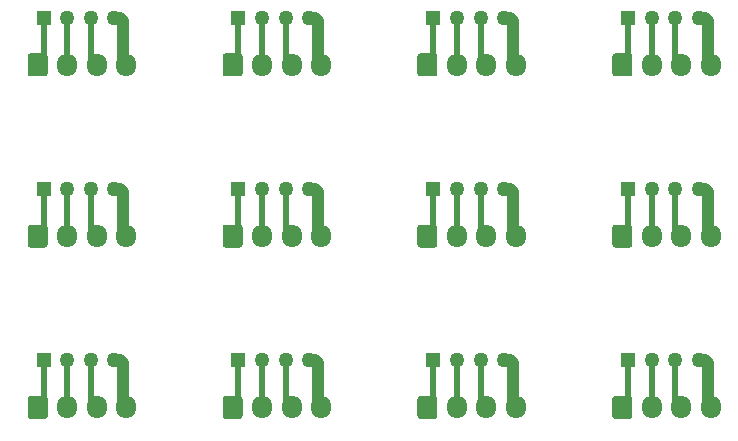
<source format=gbr>
%TF.GenerationSoftware,KiCad,Pcbnew,5.1.10-88a1d61d58~90~ubuntu20.04.1*%
%TF.CreationDate,2022-01-16T22:17:14+00:00*%
%TF.ProjectId,grove_adaptor_panel,67726f76-655f-4616-9461-70746f725f70,rev?*%
%TF.SameCoordinates,Original*%
%TF.FileFunction,Copper,L1,Top*%
%TF.FilePolarity,Positive*%
%FSLAX46Y46*%
G04 Gerber Fmt 4.6, Leading zero omitted, Abs format (unit mm)*
G04 Created by KiCad (PCBNEW 5.1.10-88a1d61d58~90~ubuntu20.04.1) date 2022-01-16 22:17:14*
%MOMM*%
%LPD*%
G01*
G04 APERTURE LIST*
%TA.AperFunction,ComponentPad*%
%ADD10C,1.270000*%
%TD*%
%TA.AperFunction,ComponentPad*%
%ADD11R,1.270000X1.270000*%
%TD*%
%TA.AperFunction,ComponentPad*%
%ADD12O,1.700000X1.950000*%
%TD*%
%TA.AperFunction,Conductor*%
%ADD13C,1.000000*%
%TD*%
%TA.AperFunction,Conductor*%
%ADD14C,0.500000*%
%TD*%
G04 APERTURE END LIST*
D10*
%TO.P,J2,4*%
%TO.N,GND*%
X232000000Y-122500000D03*
%TO.P,J2,3*%
%TO.N,+5V*%
X230000000Y-122500000D03*
%TO.P,J2,2*%
%TO.N,Net-(J1-Pad2)*%
X228000000Y-122500000D03*
D11*
%TO.P,J2,1*%
%TO.N,Net-(J1-Pad1)*%
X226000000Y-122500000D03*
%TD*%
D10*
%TO.P,J2,4*%
%TO.N,GND*%
X215500000Y-122500000D03*
%TO.P,J2,3*%
%TO.N,+5V*%
X213500000Y-122500000D03*
%TO.P,J2,2*%
%TO.N,Net-(J1-Pad2)*%
X211500000Y-122500000D03*
D11*
%TO.P,J2,1*%
%TO.N,Net-(J1-Pad1)*%
X209500000Y-122500000D03*
%TD*%
D10*
%TO.P,J2,4*%
%TO.N,GND*%
X199000000Y-122500000D03*
%TO.P,J2,3*%
%TO.N,+5V*%
X197000000Y-122500000D03*
%TO.P,J2,2*%
%TO.N,Net-(J1-Pad2)*%
X195000000Y-122500000D03*
D11*
%TO.P,J2,1*%
%TO.N,Net-(J1-Pad1)*%
X193000000Y-122500000D03*
%TD*%
D10*
%TO.P,J2,4*%
%TO.N,GND*%
X182500000Y-122500000D03*
%TO.P,J2,3*%
%TO.N,+5V*%
X180500000Y-122500000D03*
%TO.P,J2,2*%
%TO.N,Net-(J1-Pad2)*%
X178500000Y-122500000D03*
D11*
%TO.P,J2,1*%
%TO.N,Net-(J1-Pad1)*%
X176500000Y-122500000D03*
%TD*%
D10*
%TO.P,J2,4*%
%TO.N,GND*%
X232000000Y-108000000D03*
%TO.P,J2,3*%
%TO.N,+5V*%
X230000000Y-108000000D03*
%TO.P,J2,2*%
%TO.N,Net-(J1-Pad2)*%
X228000000Y-108000000D03*
D11*
%TO.P,J2,1*%
%TO.N,Net-(J1-Pad1)*%
X226000000Y-108000000D03*
%TD*%
D10*
%TO.P,J2,4*%
%TO.N,GND*%
X215500000Y-108000000D03*
%TO.P,J2,3*%
%TO.N,+5V*%
X213500000Y-108000000D03*
%TO.P,J2,2*%
%TO.N,Net-(J1-Pad2)*%
X211500000Y-108000000D03*
D11*
%TO.P,J2,1*%
%TO.N,Net-(J1-Pad1)*%
X209500000Y-108000000D03*
%TD*%
D10*
%TO.P,J2,4*%
%TO.N,GND*%
X199000000Y-108000000D03*
%TO.P,J2,3*%
%TO.N,+5V*%
X197000000Y-108000000D03*
%TO.P,J2,2*%
%TO.N,Net-(J1-Pad2)*%
X195000000Y-108000000D03*
D11*
%TO.P,J2,1*%
%TO.N,Net-(J1-Pad1)*%
X193000000Y-108000000D03*
%TD*%
D10*
%TO.P,J2,4*%
%TO.N,GND*%
X182500000Y-108000000D03*
%TO.P,J2,3*%
%TO.N,+5V*%
X180500000Y-108000000D03*
%TO.P,J2,2*%
%TO.N,Net-(J1-Pad2)*%
X178500000Y-108000000D03*
D11*
%TO.P,J2,1*%
%TO.N,Net-(J1-Pad1)*%
X176500000Y-108000000D03*
%TD*%
D10*
%TO.P,J2,4*%
%TO.N,GND*%
X232000000Y-93500000D03*
%TO.P,J2,3*%
%TO.N,+5V*%
X230000000Y-93500000D03*
%TO.P,J2,2*%
%TO.N,Net-(J1-Pad2)*%
X228000000Y-93500000D03*
D11*
%TO.P,J2,1*%
%TO.N,Net-(J1-Pad1)*%
X226000000Y-93500000D03*
%TD*%
D10*
%TO.P,J2,4*%
%TO.N,GND*%
X215500000Y-93500000D03*
%TO.P,J2,3*%
%TO.N,+5V*%
X213500000Y-93500000D03*
%TO.P,J2,2*%
%TO.N,Net-(J1-Pad2)*%
X211500000Y-93500000D03*
D11*
%TO.P,J2,1*%
%TO.N,Net-(J1-Pad1)*%
X209500000Y-93500000D03*
%TD*%
D10*
%TO.P,J2,4*%
%TO.N,GND*%
X199000000Y-93500000D03*
%TO.P,J2,3*%
%TO.N,+5V*%
X197000000Y-93500000D03*
%TO.P,J2,2*%
%TO.N,Net-(J1-Pad2)*%
X195000000Y-93500000D03*
D11*
%TO.P,J2,1*%
%TO.N,Net-(J1-Pad1)*%
X193000000Y-93500000D03*
%TD*%
D12*
%TO.P,J1,4*%
%TO.N,GND*%
X233000000Y-126500000D03*
%TO.P,J1,3*%
%TO.N,+5V*%
X230500000Y-126500000D03*
%TO.P,J1,2*%
%TO.N,Net-(J1-Pad2)*%
X228000000Y-126500000D03*
%TO.P,J1,1*%
%TO.N,Net-(J1-Pad1)*%
%TA.AperFunction,ComponentPad*%
G36*
G01*
X224650000Y-127225000D02*
X224650000Y-125775000D01*
G75*
G02*
X224900000Y-125525000I250000J0D01*
G01*
X226100000Y-125525000D01*
G75*
G02*
X226350000Y-125775000I0J-250000D01*
G01*
X226350000Y-127225000D01*
G75*
G02*
X226100000Y-127475000I-250000J0D01*
G01*
X224900000Y-127475000D01*
G75*
G02*
X224650000Y-127225000I0J250000D01*
G01*
G37*
%TD.AperFunction*%
%TD*%
%TO.P,J1,4*%
%TO.N,GND*%
X216500000Y-126500000D03*
%TO.P,J1,3*%
%TO.N,+5V*%
X214000000Y-126500000D03*
%TO.P,J1,2*%
%TO.N,Net-(J1-Pad2)*%
X211500000Y-126500000D03*
%TO.P,J1,1*%
%TO.N,Net-(J1-Pad1)*%
%TA.AperFunction,ComponentPad*%
G36*
G01*
X208150000Y-127225000D02*
X208150000Y-125775000D01*
G75*
G02*
X208400000Y-125525000I250000J0D01*
G01*
X209600000Y-125525000D01*
G75*
G02*
X209850000Y-125775000I0J-250000D01*
G01*
X209850000Y-127225000D01*
G75*
G02*
X209600000Y-127475000I-250000J0D01*
G01*
X208400000Y-127475000D01*
G75*
G02*
X208150000Y-127225000I0J250000D01*
G01*
G37*
%TD.AperFunction*%
%TD*%
%TO.P,J1,4*%
%TO.N,GND*%
X200000000Y-126500000D03*
%TO.P,J1,3*%
%TO.N,+5V*%
X197500000Y-126500000D03*
%TO.P,J1,2*%
%TO.N,Net-(J1-Pad2)*%
X195000000Y-126500000D03*
%TO.P,J1,1*%
%TO.N,Net-(J1-Pad1)*%
%TA.AperFunction,ComponentPad*%
G36*
G01*
X191650000Y-127225000D02*
X191650000Y-125775000D01*
G75*
G02*
X191900000Y-125525000I250000J0D01*
G01*
X193100000Y-125525000D01*
G75*
G02*
X193350000Y-125775000I0J-250000D01*
G01*
X193350000Y-127225000D01*
G75*
G02*
X193100000Y-127475000I-250000J0D01*
G01*
X191900000Y-127475000D01*
G75*
G02*
X191650000Y-127225000I0J250000D01*
G01*
G37*
%TD.AperFunction*%
%TD*%
%TO.P,J1,4*%
%TO.N,GND*%
X183500000Y-126500000D03*
%TO.P,J1,3*%
%TO.N,+5V*%
X181000000Y-126500000D03*
%TO.P,J1,2*%
%TO.N,Net-(J1-Pad2)*%
X178500000Y-126500000D03*
%TO.P,J1,1*%
%TO.N,Net-(J1-Pad1)*%
%TA.AperFunction,ComponentPad*%
G36*
G01*
X175150000Y-127225000D02*
X175150000Y-125775000D01*
G75*
G02*
X175400000Y-125525000I250000J0D01*
G01*
X176600000Y-125525000D01*
G75*
G02*
X176850000Y-125775000I0J-250000D01*
G01*
X176850000Y-127225000D01*
G75*
G02*
X176600000Y-127475000I-250000J0D01*
G01*
X175400000Y-127475000D01*
G75*
G02*
X175150000Y-127225000I0J250000D01*
G01*
G37*
%TD.AperFunction*%
%TD*%
%TO.P,J1,4*%
%TO.N,GND*%
X233000000Y-112000000D03*
%TO.P,J1,3*%
%TO.N,+5V*%
X230500000Y-112000000D03*
%TO.P,J1,2*%
%TO.N,Net-(J1-Pad2)*%
X228000000Y-112000000D03*
%TO.P,J1,1*%
%TO.N,Net-(J1-Pad1)*%
%TA.AperFunction,ComponentPad*%
G36*
G01*
X224650000Y-112725000D02*
X224650000Y-111275000D01*
G75*
G02*
X224900000Y-111025000I250000J0D01*
G01*
X226100000Y-111025000D01*
G75*
G02*
X226350000Y-111275000I0J-250000D01*
G01*
X226350000Y-112725000D01*
G75*
G02*
X226100000Y-112975000I-250000J0D01*
G01*
X224900000Y-112975000D01*
G75*
G02*
X224650000Y-112725000I0J250000D01*
G01*
G37*
%TD.AperFunction*%
%TD*%
%TO.P,J1,4*%
%TO.N,GND*%
X216500000Y-112000000D03*
%TO.P,J1,3*%
%TO.N,+5V*%
X214000000Y-112000000D03*
%TO.P,J1,2*%
%TO.N,Net-(J1-Pad2)*%
X211500000Y-112000000D03*
%TO.P,J1,1*%
%TO.N,Net-(J1-Pad1)*%
%TA.AperFunction,ComponentPad*%
G36*
G01*
X208150000Y-112725000D02*
X208150000Y-111275000D01*
G75*
G02*
X208400000Y-111025000I250000J0D01*
G01*
X209600000Y-111025000D01*
G75*
G02*
X209850000Y-111275000I0J-250000D01*
G01*
X209850000Y-112725000D01*
G75*
G02*
X209600000Y-112975000I-250000J0D01*
G01*
X208400000Y-112975000D01*
G75*
G02*
X208150000Y-112725000I0J250000D01*
G01*
G37*
%TD.AperFunction*%
%TD*%
%TO.P,J1,4*%
%TO.N,GND*%
X200000000Y-112000000D03*
%TO.P,J1,3*%
%TO.N,+5V*%
X197500000Y-112000000D03*
%TO.P,J1,2*%
%TO.N,Net-(J1-Pad2)*%
X195000000Y-112000000D03*
%TO.P,J1,1*%
%TO.N,Net-(J1-Pad1)*%
%TA.AperFunction,ComponentPad*%
G36*
G01*
X191650000Y-112725000D02*
X191650000Y-111275000D01*
G75*
G02*
X191900000Y-111025000I250000J0D01*
G01*
X193100000Y-111025000D01*
G75*
G02*
X193350000Y-111275000I0J-250000D01*
G01*
X193350000Y-112725000D01*
G75*
G02*
X193100000Y-112975000I-250000J0D01*
G01*
X191900000Y-112975000D01*
G75*
G02*
X191650000Y-112725000I0J250000D01*
G01*
G37*
%TD.AperFunction*%
%TD*%
%TO.P,J1,4*%
%TO.N,GND*%
X183500000Y-112000000D03*
%TO.P,J1,3*%
%TO.N,+5V*%
X181000000Y-112000000D03*
%TO.P,J1,2*%
%TO.N,Net-(J1-Pad2)*%
X178500000Y-112000000D03*
%TO.P,J1,1*%
%TO.N,Net-(J1-Pad1)*%
%TA.AperFunction,ComponentPad*%
G36*
G01*
X175150000Y-112725000D02*
X175150000Y-111275000D01*
G75*
G02*
X175400000Y-111025000I250000J0D01*
G01*
X176600000Y-111025000D01*
G75*
G02*
X176850000Y-111275000I0J-250000D01*
G01*
X176850000Y-112725000D01*
G75*
G02*
X176600000Y-112975000I-250000J0D01*
G01*
X175400000Y-112975000D01*
G75*
G02*
X175150000Y-112725000I0J250000D01*
G01*
G37*
%TD.AperFunction*%
%TD*%
%TO.P,J1,4*%
%TO.N,GND*%
X233000000Y-97500000D03*
%TO.P,J1,3*%
%TO.N,+5V*%
X230500000Y-97500000D03*
%TO.P,J1,2*%
%TO.N,Net-(J1-Pad2)*%
X228000000Y-97500000D03*
%TO.P,J1,1*%
%TO.N,Net-(J1-Pad1)*%
%TA.AperFunction,ComponentPad*%
G36*
G01*
X224650000Y-98225000D02*
X224650000Y-96775000D01*
G75*
G02*
X224900000Y-96525000I250000J0D01*
G01*
X226100000Y-96525000D01*
G75*
G02*
X226350000Y-96775000I0J-250000D01*
G01*
X226350000Y-98225000D01*
G75*
G02*
X226100000Y-98475000I-250000J0D01*
G01*
X224900000Y-98475000D01*
G75*
G02*
X224650000Y-98225000I0J250000D01*
G01*
G37*
%TD.AperFunction*%
%TD*%
%TO.P,J1,4*%
%TO.N,GND*%
X216500000Y-97500000D03*
%TO.P,J1,3*%
%TO.N,+5V*%
X214000000Y-97500000D03*
%TO.P,J1,2*%
%TO.N,Net-(J1-Pad2)*%
X211500000Y-97500000D03*
%TO.P,J1,1*%
%TO.N,Net-(J1-Pad1)*%
%TA.AperFunction,ComponentPad*%
G36*
G01*
X208150000Y-98225000D02*
X208150000Y-96775000D01*
G75*
G02*
X208400000Y-96525000I250000J0D01*
G01*
X209600000Y-96525000D01*
G75*
G02*
X209850000Y-96775000I0J-250000D01*
G01*
X209850000Y-98225000D01*
G75*
G02*
X209600000Y-98475000I-250000J0D01*
G01*
X208400000Y-98475000D01*
G75*
G02*
X208150000Y-98225000I0J250000D01*
G01*
G37*
%TD.AperFunction*%
%TD*%
%TO.P,J1,4*%
%TO.N,GND*%
X200000000Y-97500000D03*
%TO.P,J1,3*%
%TO.N,+5V*%
X197500000Y-97500000D03*
%TO.P,J1,2*%
%TO.N,Net-(J1-Pad2)*%
X195000000Y-97500000D03*
%TO.P,J1,1*%
%TO.N,Net-(J1-Pad1)*%
%TA.AperFunction,ComponentPad*%
G36*
G01*
X191650000Y-98225000D02*
X191650000Y-96775000D01*
G75*
G02*
X191900000Y-96525000I250000J0D01*
G01*
X193100000Y-96525000D01*
G75*
G02*
X193350000Y-96775000I0J-250000D01*
G01*
X193350000Y-98225000D01*
G75*
G02*
X193100000Y-98475000I-250000J0D01*
G01*
X191900000Y-98475000D01*
G75*
G02*
X191650000Y-98225000I0J250000D01*
G01*
G37*
%TD.AperFunction*%
%TD*%
D10*
%TO.P,J2,4*%
%TO.N,GND*%
X182500000Y-93500000D03*
%TO.P,J2,3*%
%TO.N,+5V*%
X180500000Y-93500000D03*
%TO.P,J2,2*%
%TO.N,Net-(J1-Pad2)*%
X178500000Y-93500000D03*
D11*
%TO.P,J2,1*%
%TO.N,Net-(J1-Pad1)*%
X176500000Y-93500000D03*
%TD*%
D12*
%TO.P,J1,4*%
%TO.N,GND*%
X183500000Y-97500000D03*
%TO.P,J1,3*%
%TO.N,+5V*%
X181000000Y-97500000D03*
%TO.P,J1,2*%
%TO.N,Net-(J1-Pad2)*%
X178500000Y-97500000D03*
%TO.P,J1,1*%
%TO.N,Net-(J1-Pad1)*%
%TA.AperFunction,ComponentPad*%
G36*
G01*
X175150000Y-98225000D02*
X175150000Y-96775000D01*
G75*
G02*
X175400000Y-96525000I250000J0D01*
G01*
X176600000Y-96525000D01*
G75*
G02*
X176850000Y-96775000I0J-250000D01*
G01*
X176850000Y-98225000D01*
G75*
G02*
X176600000Y-98475000I-250000J0D01*
G01*
X175400000Y-98475000D01*
G75*
G02*
X175150000Y-98225000I0J250000D01*
G01*
G37*
%TD.AperFunction*%
%TD*%
D13*
%TO.N,GND*%
X183000000Y-93500000D02*
X182500000Y-93500000D01*
X183250000Y-93750000D02*
X183000000Y-93500000D01*
X183250000Y-97250000D02*
X183250000Y-93750000D01*
X183500000Y-97500000D02*
X183250000Y-97250000D01*
X199750000Y-97250000D02*
X199750000Y-93750000D01*
X216250000Y-97250000D02*
X216250000Y-93750000D01*
X232750000Y-97250000D02*
X232750000Y-93750000D01*
X183250000Y-111750000D02*
X183250000Y-108250000D01*
X199750000Y-111750000D02*
X199750000Y-108250000D01*
X216250000Y-111750000D02*
X216250000Y-108250000D01*
X232750000Y-111750000D02*
X232750000Y-108250000D01*
X183250000Y-126250000D02*
X183250000Y-122750000D01*
X199750000Y-126250000D02*
X199750000Y-122750000D01*
X216250000Y-126250000D02*
X216250000Y-122750000D01*
X232750000Y-126250000D02*
X232750000Y-122750000D01*
X199500000Y-93500000D02*
X199000000Y-93500000D01*
X216000000Y-93500000D02*
X215500000Y-93500000D01*
X232500000Y-93500000D02*
X232000000Y-93500000D01*
X183000000Y-108000000D02*
X182500000Y-108000000D01*
X199500000Y-108000000D02*
X199000000Y-108000000D01*
X216000000Y-108000000D02*
X215500000Y-108000000D01*
X232500000Y-108000000D02*
X232000000Y-108000000D01*
X183000000Y-122500000D02*
X182500000Y-122500000D01*
X199500000Y-122500000D02*
X199000000Y-122500000D01*
X216000000Y-122500000D02*
X215500000Y-122500000D01*
X232500000Y-122500000D02*
X232000000Y-122500000D01*
X200000000Y-97500000D02*
X199750000Y-97250000D01*
X216500000Y-97500000D02*
X216250000Y-97250000D01*
X233000000Y-97500000D02*
X232750000Y-97250000D01*
X183500000Y-112000000D02*
X183250000Y-111750000D01*
X200000000Y-112000000D02*
X199750000Y-111750000D01*
X216500000Y-112000000D02*
X216250000Y-111750000D01*
X233000000Y-112000000D02*
X232750000Y-111750000D01*
X183500000Y-126500000D02*
X183250000Y-126250000D01*
X200000000Y-126500000D02*
X199750000Y-126250000D01*
X216500000Y-126500000D02*
X216250000Y-126250000D01*
X233000000Y-126500000D02*
X232750000Y-126250000D01*
X199750000Y-93750000D02*
X199500000Y-93500000D01*
X216250000Y-93750000D02*
X216000000Y-93500000D01*
X232750000Y-93750000D02*
X232500000Y-93500000D01*
X183250000Y-108250000D02*
X183000000Y-108000000D01*
X199750000Y-108250000D02*
X199500000Y-108000000D01*
X216250000Y-108250000D02*
X216000000Y-108000000D01*
X232750000Y-108250000D02*
X232500000Y-108000000D01*
X183250000Y-122750000D02*
X183000000Y-122500000D01*
X199750000Y-122750000D02*
X199500000Y-122500000D01*
X216250000Y-122750000D02*
X216000000Y-122500000D01*
X232750000Y-122750000D02*
X232500000Y-122500000D01*
D14*
%TO.N,+5V*%
X180500000Y-97000000D02*
X181000000Y-97500000D01*
X180500000Y-93500000D02*
X180500000Y-97000000D01*
X197000000Y-97000000D02*
X197500000Y-97500000D01*
X213500000Y-97000000D02*
X214000000Y-97500000D01*
X230000000Y-97000000D02*
X230500000Y-97500000D01*
X180500000Y-111500000D02*
X181000000Y-112000000D01*
X197000000Y-111500000D02*
X197500000Y-112000000D01*
X213500000Y-111500000D02*
X214000000Y-112000000D01*
X230000000Y-111500000D02*
X230500000Y-112000000D01*
X180500000Y-126000000D02*
X181000000Y-126500000D01*
X197000000Y-126000000D02*
X197500000Y-126500000D01*
X213500000Y-126000000D02*
X214000000Y-126500000D01*
X230000000Y-126000000D02*
X230500000Y-126500000D01*
X197000000Y-93500000D02*
X197000000Y-97000000D01*
X213500000Y-93500000D02*
X213500000Y-97000000D01*
X230000000Y-93500000D02*
X230000000Y-97000000D01*
X180500000Y-108000000D02*
X180500000Y-111500000D01*
X197000000Y-108000000D02*
X197000000Y-111500000D01*
X213500000Y-108000000D02*
X213500000Y-111500000D01*
X230000000Y-108000000D02*
X230000000Y-111500000D01*
X180500000Y-122500000D02*
X180500000Y-126000000D01*
X197000000Y-122500000D02*
X197000000Y-126000000D01*
X213500000Y-122500000D02*
X213500000Y-126000000D01*
X230000000Y-122500000D02*
X230000000Y-126000000D01*
%TO.N,Net-(J1-Pad2)*%
X178500000Y-93500000D02*
X178500000Y-97500000D01*
X195000000Y-93500000D02*
X195000000Y-97500000D01*
X211500000Y-93500000D02*
X211500000Y-97500000D01*
X228000000Y-93500000D02*
X228000000Y-97500000D01*
X178500000Y-108000000D02*
X178500000Y-112000000D01*
X195000000Y-108000000D02*
X195000000Y-112000000D01*
X211500000Y-108000000D02*
X211500000Y-112000000D01*
X228000000Y-108000000D02*
X228000000Y-112000000D01*
X178500000Y-122500000D02*
X178500000Y-126500000D01*
X195000000Y-122500000D02*
X195000000Y-126500000D01*
X211500000Y-122500000D02*
X211500000Y-126500000D01*
X228000000Y-122500000D02*
X228000000Y-126500000D01*
%TO.N,Net-(J1-Pad1)*%
X176500000Y-97000000D02*
X176500000Y-93500000D01*
X176000000Y-97500000D02*
X176500000Y-97000000D01*
X193000000Y-97000000D02*
X193000000Y-93500000D01*
X209500000Y-97000000D02*
X209500000Y-93500000D01*
X226000000Y-97000000D02*
X226000000Y-93500000D01*
X176500000Y-111500000D02*
X176500000Y-108000000D01*
X193000000Y-111500000D02*
X193000000Y-108000000D01*
X209500000Y-111500000D02*
X209500000Y-108000000D01*
X226000000Y-111500000D02*
X226000000Y-108000000D01*
X176500000Y-126000000D02*
X176500000Y-122500000D01*
X193000000Y-126000000D02*
X193000000Y-122500000D01*
X209500000Y-126000000D02*
X209500000Y-122500000D01*
X226000000Y-126000000D02*
X226000000Y-122500000D01*
X192500000Y-97500000D02*
X193000000Y-97000000D01*
X209000000Y-97500000D02*
X209500000Y-97000000D01*
X225500000Y-97500000D02*
X226000000Y-97000000D01*
X176000000Y-112000000D02*
X176500000Y-111500000D01*
X192500000Y-112000000D02*
X193000000Y-111500000D01*
X209000000Y-112000000D02*
X209500000Y-111500000D01*
X225500000Y-112000000D02*
X226000000Y-111500000D01*
X176000000Y-126500000D02*
X176500000Y-126000000D01*
X192500000Y-126500000D02*
X193000000Y-126000000D01*
X209000000Y-126500000D02*
X209500000Y-126000000D01*
X225500000Y-126500000D02*
X226000000Y-126000000D01*
%TD*%
M02*

</source>
